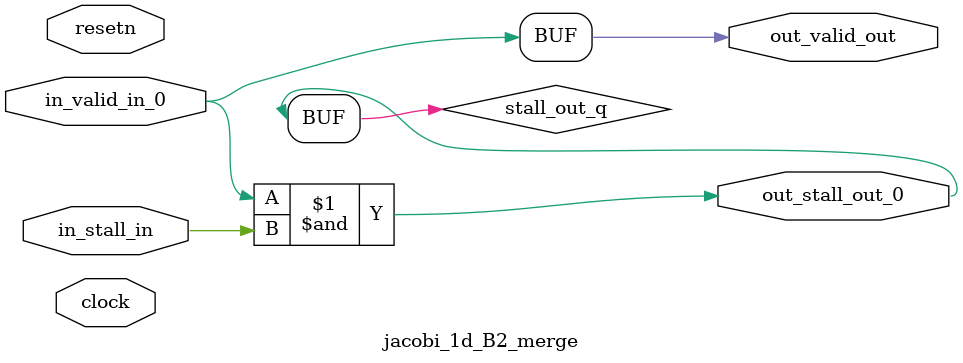
<source format=sv>



(* altera_attribute = "-name AUTO_SHIFT_REGISTER_RECOGNITION OFF; -name MESSAGE_DISABLE 10036; -name MESSAGE_DISABLE 10037; -name MESSAGE_DISABLE 14130; -name MESSAGE_DISABLE 14320; -name MESSAGE_DISABLE 15400; -name MESSAGE_DISABLE 14130; -name MESSAGE_DISABLE 10036; -name MESSAGE_DISABLE 12020; -name MESSAGE_DISABLE 12030; -name MESSAGE_DISABLE 12010; -name MESSAGE_DISABLE 12110; -name MESSAGE_DISABLE 14320; -name MESSAGE_DISABLE 13410; -name MESSAGE_DISABLE 113007; -name MESSAGE_DISABLE 10958" *)
module jacobi_1d_B2_merge (
    input wire [0:0] in_stall_in,
    input wire [0:0] in_valid_in_0,
    output wire [0:0] out_stall_out_0,
    output wire [0:0] out_valid_out,
    input wire clock,
    input wire resetn
    );

    wire [0:0] stall_out_q;


    // stall_out(LOGICAL,6)
    assign stall_out_q = in_valid_in_0 & in_stall_in;

    // out_stall_out_0(GPOUT,4)
    assign out_stall_out_0 = stall_out_q;

    // out_valid_out(GPOUT,5)
    assign out_valid_out = in_valid_in_0;

endmodule

</source>
